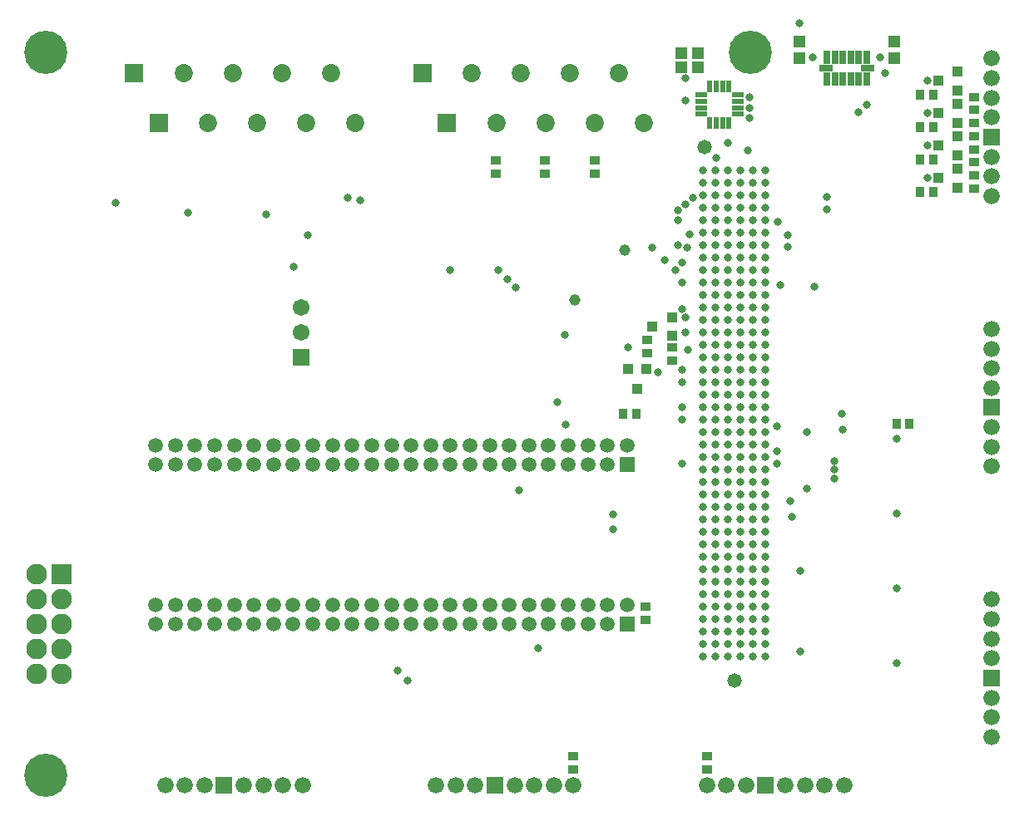
<source format=gts>
G75*
%MOIN*%
%OFA0B0*%
%FSLAX24Y24*%
%IPPOS*%
%LPD*%
%AMOC8*
5,1,8,0,0,1.08239X$1,22.5*
%
%ADD10R,0.0595X0.0595*%
%ADD11C,0.0595*%
%ADD12R,0.0830X0.0830*%
%ADD13C,0.0830*%
%ADD14C,0.0330*%
%ADD15C,0.0580*%
%ADD16R,0.0674X0.0674*%
%ADD17C,0.0674*%
%ADD18R,0.0660X0.0660*%
%ADD19C,0.0660*%
%ADD20R,0.0730X0.0730*%
%ADD21C,0.0730*%
%ADD22R,0.0277X0.0552*%
%ADD23R,0.0552X0.0277*%
%ADD24R,0.0474X0.0513*%
%ADD25R,0.0237X0.0474*%
%ADD26R,0.0474X0.0237*%
%ADD27R,0.0513X0.0474*%
%ADD28R,0.0434X0.0395*%
%ADD29R,0.0434X0.0356*%
%ADD30R,0.0356X0.0434*%
%ADD31R,0.0395X0.0434*%
%ADD32C,0.1730*%
%ADD33C,0.0455*%
D10*
X025917Y007872D03*
X025917Y014272D03*
D11*
X025917Y015059D03*
X025129Y015059D03*
X024342Y015059D03*
X024342Y014272D03*
X025129Y014272D03*
X023554Y014272D03*
X022767Y014272D03*
X021980Y014272D03*
X021980Y015059D03*
X022767Y015059D03*
X023554Y015059D03*
X021192Y015059D03*
X021192Y014272D03*
X020405Y014272D03*
X020405Y015059D03*
X019617Y015059D03*
X018830Y015059D03*
X018043Y015059D03*
X018043Y014272D03*
X018830Y014272D03*
X019617Y014272D03*
X017255Y014272D03*
X016468Y014272D03*
X016468Y015059D03*
X017255Y015059D03*
X015680Y015059D03*
X015680Y014272D03*
X014893Y014272D03*
X014106Y014272D03*
X014106Y015059D03*
X014893Y015059D03*
X013318Y015059D03*
X013318Y014272D03*
X012531Y014272D03*
X011743Y014272D03*
X010956Y014272D03*
X010169Y014272D03*
X010169Y015059D03*
X010956Y015059D03*
X011743Y015059D03*
X012531Y015059D03*
X009381Y015059D03*
X009381Y014272D03*
X008594Y014272D03*
X008594Y015059D03*
X007806Y015059D03*
X007806Y014272D03*
X007019Y014272D03*
X007019Y015059D03*
X007019Y008659D03*
X007019Y007872D03*
X007806Y007872D03*
X007806Y008659D03*
X008594Y008659D03*
X008594Y007872D03*
X009381Y007872D03*
X009381Y008659D03*
X010169Y008659D03*
X010169Y007872D03*
X010956Y007872D03*
X011743Y007872D03*
X012531Y007872D03*
X013318Y007872D03*
X013318Y008659D03*
X012531Y008659D03*
X011743Y008659D03*
X010956Y008659D03*
X014106Y008659D03*
X014106Y007872D03*
X014893Y007872D03*
X015680Y007872D03*
X015680Y008659D03*
X014893Y008659D03*
X016468Y008659D03*
X016468Y007872D03*
X017255Y007872D03*
X017255Y008659D03*
X018043Y008659D03*
X018830Y008659D03*
X018830Y007872D03*
X018043Y007872D03*
X019617Y007872D03*
X019617Y008659D03*
X020405Y008659D03*
X020405Y007872D03*
X021192Y007872D03*
X021192Y008659D03*
X021980Y008659D03*
X021980Y007872D03*
X022767Y007872D03*
X022767Y008659D03*
X023554Y008659D03*
X023554Y007872D03*
X024342Y007872D03*
X025129Y007872D03*
X025129Y008659D03*
X024342Y008659D03*
X025917Y008659D03*
D12*
X003267Y009872D03*
D13*
X002267Y009872D03*
X002267Y008872D03*
X003267Y008872D03*
X003267Y007872D03*
X002267Y007872D03*
X002267Y006872D03*
X003267Y006872D03*
X003267Y005872D03*
X002267Y005872D03*
D14*
X016717Y006022D03*
X017117Y005622D03*
X022367Y006922D03*
X025367Y011672D03*
X025367Y012272D03*
X028117Y014332D03*
X028967Y014082D03*
X029467Y014082D03*
X029967Y014082D03*
X030467Y014082D03*
X030967Y014082D03*
X030967Y013582D03*
X030467Y013582D03*
X029967Y013582D03*
X029467Y013582D03*
X028967Y013582D03*
X028967Y013082D03*
X029467Y013082D03*
X029967Y013082D03*
X030467Y013082D03*
X030967Y013082D03*
X030967Y012582D03*
X030467Y012582D03*
X029967Y012582D03*
X029467Y012582D03*
X028967Y012582D03*
X028967Y012082D03*
X029467Y012082D03*
X029967Y012082D03*
X030467Y012082D03*
X030967Y012082D03*
X030967Y011582D03*
X030467Y011582D03*
X029967Y011582D03*
X029467Y011582D03*
X028967Y011582D03*
X028967Y011082D03*
X029467Y011082D03*
X029967Y011082D03*
X030467Y011082D03*
X030967Y011082D03*
X030967Y010582D03*
X030467Y010582D03*
X029967Y010582D03*
X029467Y010582D03*
X028967Y010582D03*
X028967Y010082D03*
X029467Y010082D03*
X029967Y010082D03*
X030467Y010082D03*
X030967Y010082D03*
X030967Y009582D03*
X030467Y009582D03*
X029967Y009582D03*
X029467Y009582D03*
X028967Y009582D03*
X028967Y009082D03*
X029467Y009082D03*
X029967Y009082D03*
X030467Y009082D03*
X030967Y009082D03*
X030967Y008582D03*
X030467Y008582D03*
X029967Y008582D03*
X029467Y008582D03*
X028967Y008582D03*
X028967Y008082D03*
X029467Y008082D03*
X029967Y008082D03*
X030467Y008082D03*
X030967Y008082D03*
X030967Y007582D03*
X030467Y007582D03*
X029967Y007582D03*
X029467Y007582D03*
X028967Y007582D03*
X028967Y007082D03*
X029467Y007082D03*
X029967Y007082D03*
X030467Y007082D03*
X030967Y007082D03*
X030967Y006582D03*
X030467Y006582D03*
X029967Y006582D03*
X029467Y006582D03*
X028967Y006582D03*
X031467Y006582D03*
X031467Y007082D03*
X031467Y007582D03*
X031467Y008082D03*
X031467Y008582D03*
X031467Y009082D03*
X031467Y009582D03*
X031467Y010082D03*
X031467Y010582D03*
X031467Y011082D03*
X031467Y011582D03*
X031467Y012082D03*
X031467Y012582D03*
X031467Y013082D03*
X031467Y013582D03*
X031467Y014082D03*
X031917Y014332D03*
X031467Y014582D03*
X031917Y014832D03*
X031467Y015082D03*
X031467Y015582D03*
X031917Y015832D03*
X031467Y016082D03*
X031467Y016582D03*
X031467Y017082D03*
X031467Y017582D03*
X031467Y018082D03*
X031467Y018582D03*
X031467Y019082D03*
X031467Y019582D03*
X031467Y020082D03*
X031467Y020582D03*
X031467Y021082D03*
X031467Y021582D03*
X032057Y021482D03*
X031467Y022082D03*
X031467Y022582D03*
X031467Y023082D03*
X031467Y023582D03*
X031467Y024082D03*
X031967Y024032D03*
X032367Y023472D03*
X032367Y023022D03*
X030967Y023082D03*
X030967Y023582D03*
X030467Y023582D03*
X030467Y023082D03*
X029967Y023082D03*
X029967Y023582D03*
X029467Y023582D03*
X029467Y023082D03*
X028967Y023082D03*
X028967Y023582D03*
X028967Y024082D03*
X029467Y024082D03*
X029967Y024082D03*
X030467Y024082D03*
X030967Y024082D03*
X030967Y024582D03*
X030967Y025082D03*
X030467Y025082D03*
X030467Y024582D03*
X029967Y024582D03*
X029967Y025082D03*
X029467Y025082D03*
X029467Y024582D03*
X028967Y024582D03*
X028967Y025082D03*
X028567Y024982D03*
X028267Y024722D03*
X027967Y024472D03*
X027967Y024072D03*
X028417Y023532D03*
X028317Y022972D03*
X027967Y023072D03*
X028117Y022372D03*
X027847Y022072D03*
X027417Y022472D03*
X026917Y022972D03*
X028117Y021572D03*
X028967Y021582D03*
X029467Y021582D03*
X029967Y021582D03*
X030467Y021582D03*
X030967Y021582D03*
X030967Y021082D03*
X030467Y021082D03*
X029967Y021082D03*
X029467Y021082D03*
X028967Y021082D03*
X028967Y020582D03*
X029467Y020582D03*
X029967Y020582D03*
X030467Y020582D03*
X030967Y020582D03*
X030967Y020082D03*
X030467Y020082D03*
X029967Y020082D03*
X029467Y020082D03*
X028967Y020082D03*
X028967Y019582D03*
X029467Y019582D03*
X029967Y019582D03*
X030467Y019582D03*
X030967Y019582D03*
X030967Y019082D03*
X030467Y019082D03*
X029967Y019082D03*
X029467Y019082D03*
X028967Y019082D03*
X028967Y018582D03*
X029467Y018582D03*
X029967Y018582D03*
X030467Y018582D03*
X030967Y018582D03*
X030967Y018082D03*
X030467Y018082D03*
X029967Y018082D03*
X029467Y018082D03*
X028967Y018082D03*
X028967Y017582D03*
X029467Y017582D03*
X029967Y017582D03*
X030467Y017582D03*
X030967Y017582D03*
X030967Y017082D03*
X030467Y017082D03*
X029967Y017082D03*
X029467Y017082D03*
X028967Y017082D03*
X028967Y016582D03*
X029467Y016582D03*
X029967Y016582D03*
X030467Y016582D03*
X030967Y016582D03*
X030967Y016082D03*
X030467Y016082D03*
X029967Y016082D03*
X029467Y016082D03*
X028967Y016082D03*
X028967Y015582D03*
X029467Y015582D03*
X029967Y015582D03*
X030467Y015582D03*
X030967Y015582D03*
X030967Y015082D03*
X030467Y015082D03*
X029967Y015082D03*
X029467Y015082D03*
X028967Y015082D03*
X028967Y014582D03*
X029467Y014582D03*
X029967Y014582D03*
X030467Y014582D03*
X030967Y014582D03*
X032467Y012822D03*
X033117Y013322D03*
X034217Y013722D03*
X034217Y014072D03*
X034217Y014422D03*
X034567Y015672D03*
X034517Y016322D03*
X033117Y015572D03*
X036717Y015322D03*
X036717Y012322D03*
X036717Y009322D03*
X036717Y006322D03*
X032867Y006772D03*
X032867Y010022D03*
X032517Y012172D03*
X028127Y016082D03*
X028117Y016582D03*
X028117Y017582D03*
X028117Y018082D03*
X028367Y018872D03*
X028267Y019582D03*
X028241Y020196D03*
X028117Y020532D03*
X028967Y022082D03*
X029467Y022082D03*
X029967Y022082D03*
X030467Y022082D03*
X030967Y022082D03*
X030967Y022582D03*
X030467Y022582D03*
X029967Y022582D03*
X029467Y022582D03*
X028967Y022582D03*
X031467Y024582D03*
X031467Y025082D03*
X031467Y025582D03*
X031467Y026082D03*
X030967Y026082D03*
X030967Y025582D03*
X030467Y025582D03*
X030467Y026082D03*
X029967Y026082D03*
X029967Y025582D03*
X029467Y025582D03*
X029467Y026082D03*
X028967Y026082D03*
X028967Y025582D03*
X029489Y026572D03*
X029967Y027172D03*
X030767Y026872D03*
X030817Y028172D03*
X030817Y028594D03*
X030817Y029022D03*
X028267Y028872D03*
X028267Y029772D03*
X032817Y031972D03*
X033367Y030605D03*
X036067Y030605D03*
X036267Y029972D03*
X035504Y028722D03*
X035189Y028422D03*
X037967Y028372D03*
X037967Y027072D03*
X037967Y025772D03*
X033917Y025022D03*
X033917Y024522D03*
X033417Y021422D03*
X027167Y017972D03*
X025943Y018998D03*
X023417Y019472D03*
X021467Y021372D03*
X021117Y021722D03*
X020767Y022072D03*
X018817Y022072D03*
X015217Y024872D03*
X014717Y024972D03*
X013117Y023472D03*
X012567Y022222D03*
X011467Y024322D03*
X008317Y024372D03*
X005417Y024772D03*
X021597Y013242D03*
X023467Y015872D03*
X023117Y016772D03*
X037967Y029672D03*
D15*
X029017Y027037D03*
X030217Y005627D03*
D16*
X012867Y018572D03*
D17*
X012867Y019572D03*
X012867Y020572D03*
D18*
X009767Y001422D03*
X020617Y001422D03*
X031467Y001422D03*
X040517Y005722D03*
X040517Y016572D03*
X040517Y027422D03*
D19*
X040517Y026635D03*
X040517Y025847D03*
X040517Y025060D03*
X040517Y028209D03*
X040517Y028997D03*
X040517Y029784D03*
X040517Y030572D03*
X040517Y019722D03*
X040517Y018934D03*
X040517Y018147D03*
X040517Y017359D03*
X040517Y015785D03*
X040517Y014997D03*
X040517Y014210D03*
X040517Y008872D03*
X040517Y008084D03*
X040517Y007297D03*
X040517Y006509D03*
X040517Y004935D03*
X040517Y004147D03*
X040517Y003360D03*
X034616Y001422D03*
X033829Y001422D03*
X033041Y001422D03*
X032254Y001422D03*
X030679Y001422D03*
X029892Y001422D03*
X029104Y001422D03*
X023766Y001422D03*
X022979Y001422D03*
X022191Y001422D03*
X021404Y001422D03*
X019829Y001422D03*
X019042Y001422D03*
X018254Y001422D03*
X012916Y001422D03*
X012129Y001422D03*
X011341Y001422D03*
X010554Y001422D03*
X008979Y001422D03*
X008192Y001422D03*
X007404Y001422D03*
D20*
X007151Y028004D03*
X006167Y029972D03*
X017717Y029972D03*
X018701Y028004D03*
D21*
X020669Y028004D03*
X022638Y028004D03*
X024606Y028004D03*
X026575Y028004D03*
X025591Y029972D03*
X023622Y029972D03*
X021654Y029972D03*
X019685Y029972D03*
X015025Y028004D03*
X013056Y028004D03*
X011088Y028004D03*
X009119Y028004D03*
X008135Y029972D03*
X010104Y029972D03*
X012072Y029972D03*
X014041Y029972D03*
D22*
X033929Y029739D03*
X034244Y029739D03*
X034559Y029739D03*
X034874Y029739D03*
X035189Y029739D03*
X035504Y029739D03*
X035504Y030605D03*
X035189Y030605D03*
X034874Y030605D03*
X034559Y030605D03*
X034244Y030605D03*
X033929Y030605D03*
D23*
X033890Y030172D03*
X035543Y030172D03*
D24*
X036617Y030587D03*
X036617Y031257D03*
X032817Y031257D03*
X032817Y030587D03*
D25*
X030001Y029450D03*
X029745Y029450D03*
X029489Y029450D03*
X029233Y029450D03*
X029233Y027994D03*
X029489Y027994D03*
X029745Y027994D03*
X030001Y027994D03*
D26*
X030345Y028338D03*
X030345Y028594D03*
X030345Y028850D03*
X030345Y029106D03*
X028888Y029106D03*
X028888Y028850D03*
X028888Y028594D03*
X028888Y028338D03*
D27*
X028751Y030222D03*
X028751Y030772D03*
X028082Y030772D03*
X028082Y030222D03*
D28*
X038373Y029672D03*
X039160Y029298D03*
X039160Y028746D03*
X039160Y027998D03*
X039160Y027446D03*
X039160Y026698D03*
X039160Y026146D03*
X039160Y025398D03*
X038373Y025772D03*
X038373Y027072D03*
X038373Y028372D03*
X039160Y030046D03*
X027710Y020196D03*
X027710Y019448D03*
X026923Y019822D03*
D29*
X026717Y019278D03*
X026717Y018766D03*
X027717Y018978D03*
X027717Y018466D03*
X024617Y025966D03*
X024617Y026478D03*
X022617Y026478D03*
X022617Y025966D03*
X020667Y025966D03*
X020667Y026478D03*
X039817Y026416D03*
X039817Y026928D03*
X039817Y027466D03*
X039817Y027978D03*
X039817Y028516D03*
X039817Y029028D03*
X039817Y025878D03*
X039817Y025366D03*
X026667Y008578D03*
X026667Y008066D03*
X029117Y002578D03*
X029117Y002066D03*
X023767Y002066D03*
X023767Y002578D03*
D30*
X036711Y015922D03*
X037223Y015922D03*
X026273Y016322D03*
X025761Y016322D03*
X037661Y025222D03*
X038173Y025222D03*
X038173Y026522D03*
X037661Y026522D03*
X037661Y027822D03*
X038173Y027822D03*
X038173Y029122D03*
X037661Y029122D03*
D31*
X026691Y018116D03*
X025943Y018116D03*
X026317Y017328D03*
D32*
X002627Y001832D03*
X002627Y030822D03*
X030867Y030822D03*
D33*
X025817Y022872D03*
X023817Y020872D03*
M02*

</source>
